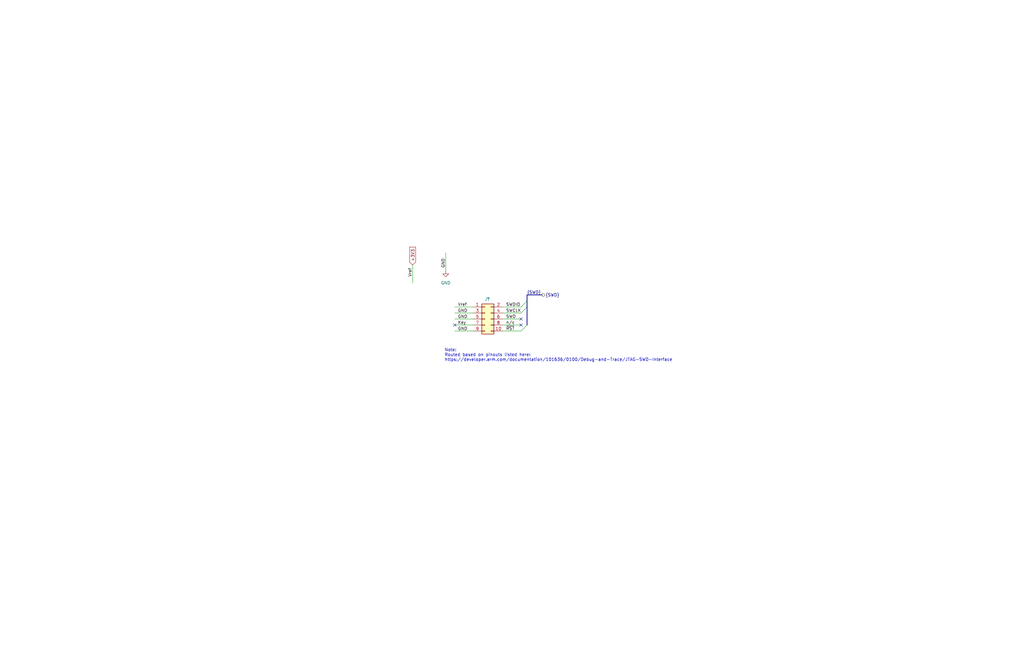
<source format=kicad_sch>
(kicad_sch (version 20231120) (generator "eeschema") (generator_version "8.0")
  (paper "B")
  (lib_symbols
    (symbol "Connector_Generic:Conn_02x05_Odd_Even" (pin_names (offset 1.016) hide)
      (property "Reference" "J" (at 1.27 7.62 0))
      (property "Value" "Conn_02x05_Odd_Even" (at 1.27 -7.62 0))
      (symbol "Conn_02x05_Odd_Even_1_1"
        (rectangle (start -1.27 -4.953) (end 0 -5.207) (stroke (width 0.1524)))
        (rectangle (start -1.27 -2.413) (end 0 -2.667) (stroke (width 0.1524)))
        (rectangle (start -1.27 0.127) (end 0 -0.127) (stroke (width 0.1524)))
        (rectangle (start -1.27 2.667) (end 0 2.413) (stroke (width 0.1524)))
        (rectangle (start -1.27 5.207) (end 0 4.953) (stroke (width 0.1524)))
        (rectangle (start -1.27 6.35) (end 3.81 -6.35) (stroke (width 0.254)) (fill (type background)))
        (rectangle (start 3.81 -4.953) (end 2.54 -5.207) (stroke (width 0.1524)))
        (rectangle (start 3.81 -2.413) (end 2.54 -2.667) (stroke (width 0.1524)))
        (rectangle (start 3.81 0.127) (end 2.54 -0.127) (stroke (width 0.1524)))
        (rectangle (start 3.81 2.667) (end 2.54 2.413) (stroke (width 0.1524)))
        (rectangle (start 3.81 5.207) (end 2.54 4.953) (stroke (width 0.1524)))
        (pin passive line (at -5.08 5.08 0) (length 3.81) (name "Pin_1") (number "1"))
        (pin passive line (at 7.62 -5.08 180) (length 3.81) (name "Pin_10") (number "10"))
        (pin passive line (at 7.62 5.08 180) (length 3.81) (name "Pin_2") (number "2"))
        (pin passive line (at -5.08 2.54 0) (length 3.81) (name "Pin_3") (number "3"))
        (pin passive line (at 7.62 2.54 180) (length 3.81) (name "Pin_4") (number "4"))
        (pin passive line (at -5.08 0 0) (length 3.81) (name "Pin_5") (number "5"))
        (pin passive line (at 7.62 0 180) (length 3.81) (name "Pin_6") (number "6"))
        (pin passive line (at -5.08 -2.54 0) (length 3.81) (name "Pin_7") (number "7"))
        (pin passive line (at 7.62 -2.54 180) (length 3.81) (name "Pin_8") (number "8"))
        (pin passive line (at -5.08 -5.08 0) (length 3.81) (name "Pin_9") (number "9"))
      )
    )
    (symbol "power:GND" (power) (pin_numbers hide) (pin_names (offset 0) hide)
      (property "Value" "GND" (at 0 -3.81 0))
      (symbol "GND_0_1"
        (polyline (pts (xy 0 0) (xy 0 -1.27) (xy 1.27 -1.27) (xy 0 -2.54) (xy -1.27 -1.27) (xy 0 -1.27)))
      )
      (symbol "GND_1_1"
        (pin power_in line (at 0 0 270) (length 0) (name "~") (number "1"))
      )
    )
  )
  (bus_alias "SWD" (members "SWDIO" "SWCLK" "~{RST}"))
  (no_connect (at 191.77 137.16))
  (no_connect (at 219.71 134.62))
  (no_connect (at 219.71 137.16))
  (bus_entry (at 219.71 129.54) (size 2.54 -2.54))
  (bus_entry (at 219.71 132.08) (size 2.54 -2.54))
  (bus_entry (at 219.71 139.7) (size 2.54 -2.54))
  (wire (pts (xy 187.96 106.68) (xy 187.96 114.3)))
  (bus (pts (xy 222.25 127) (xy 222.25 124.46)))
  (wire (pts (xy 191.77 129.54) (xy 199.39 129.54)))
  (wire (pts (xy 191.77 137.16) (xy 199.39 137.16)))
  (bus (pts (xy 222.25 129.54) (xy 222.25 137.16)))
  (wire (pts (xy 212.09 134.62) (xy 219.71 134.62)))
  (bus (pts (xy 222.25 129.54) (xy 222.25 127)))
  (bus (pts (xy 222.25 124.46) (xy 228.6 124.46)))
  (wire (pts (xy 173.99 111.76) (xy 173.99 119.38)))
  (wire (pts (xy 191.77 134.62) (xy 199.39 134.62)))
  (wire (pts (xy 191.77 132.08) (xy 199.39 132.08)))
  (wire (pts (xy 212.09 137.16) (xy 219.71 137.16)))
  (wire (pts (xy 212.09 132.08) (xy 219.71 132.08)))
  (wire (pts (xy 212.09 129.54) (xy 219.71 129.54)))
  (wire (pts (xy 191.77 139.7) (xy 199.39 139.7)))
  (wire (pts (xy 212.09 139.7) (xy 219.71 139.7)))
  (text "Note:\nRouted based on pinouts listed here:\nhttps://developer.arm.com/documentation/101636/0100/Debug-and-Trace/JTAG-SWD-Interface" (at 187.452 149.86 0) (effects (font (size 1.27 1.27)) (justify left)))
  (label "SWDIO" (at 213.36 129.54 0))
  (label "GND" (at 187.96 113.03 90))
  (label "~{RST}" (at 213.36 139.7 0))
  (label "{SWD}" (at 222.25 124.46 0))
  (label "GND" (at 193.04 132.08 0))
  (label "SWCLK" (at 213.36 132.08 0))
  (label "Key" (at 193.04 137.16 0))
  (label "Vref" (at 193.04 129.54 0))
  (label "n{slash}c" (at 213.36 137.16 0))
  (label "SWO" (at 213.36 134.62 0))
  (label "GND" (at 193.04 139.7 0))
  (label "Vref" (at 173.99 116.84 90))
  (label "GND" (at 193.04 134.62 0))
  (global_label "+3V3" (shape input) (at 173.99 111.76 90) (property "Intersheetrefs" "${INTERSHEET_REFS}" (effects (hide yes))))
  (hierarchical_label "{SWD}" (shape output) (at 228.6 124.46 0))
  (symbol (lib_id "power:GND") (at 187.96 114.3 0) (unit 1)
    (property "Reference" "#PWR01" (effects (hide yes)))
    (property "Value" "GND" (at 187.96 119.38 0))
    (property "Description" "Power symbol creates a global label with name \"GND\" , ground" (effects (hide yes)))
  )
  (symbol (lib_id "Connector_Generic:Conn_02x05_Odd_Even") (at 204.47 134.62 0) (unit 1)
    (property "Reference" "J?" (at 205.486 126.238 0))
    (property "Value" "~" (at 205.74 125.73 0))
    (property "Footprint" "Library:AMPHENOL_20021521-00010T4LF" (effects (hide yes)))
    (property "Datasheet" "https://cdn.amphenol-cs.com/media/wysiwyg/files/documentation/datasheet/boardwiretoboard/bwb_minitek127_btb.pdf" (effects (hide yes)))
    (property "Description" "CONN HEADER SMD 10POS 1.27MM" (effects (hide yes)))
    (property "Mfr" "Amphenol ICC (FCI)" (effects (hide yes)))
    (property "Mfr P/N" "20021521-00010T4LF" (effects (hide yes)))
    (property "Supplier 1" "Digikey" (effects (hide yes)))
    (property "Supplier 1 P/N" "609-6534-ND" (effects (hide yes)))
    (property "Supplier 1 Unit Price" "1.60000" (effects (hide yes)))
    (property "Supplier 1 Price @ Qty" "1.60000" (effects (hide yes)))
    (property "Supplier_1 P/N" "-- mixed values --" (effects (hide yes)))
    (property "Supplier_1 Price @ Qty" "-- mixed values --" (effects (hide yes)))
    (property "Supplier_1 Unit Price" "-- mixed values --" (effects (hide yes)))
    (instances (project "" (path "" (reference "J?") (unit 1))) (project "digitalclock" (path "" (reference "J1") (unit 1))))
  )
)
</source>
